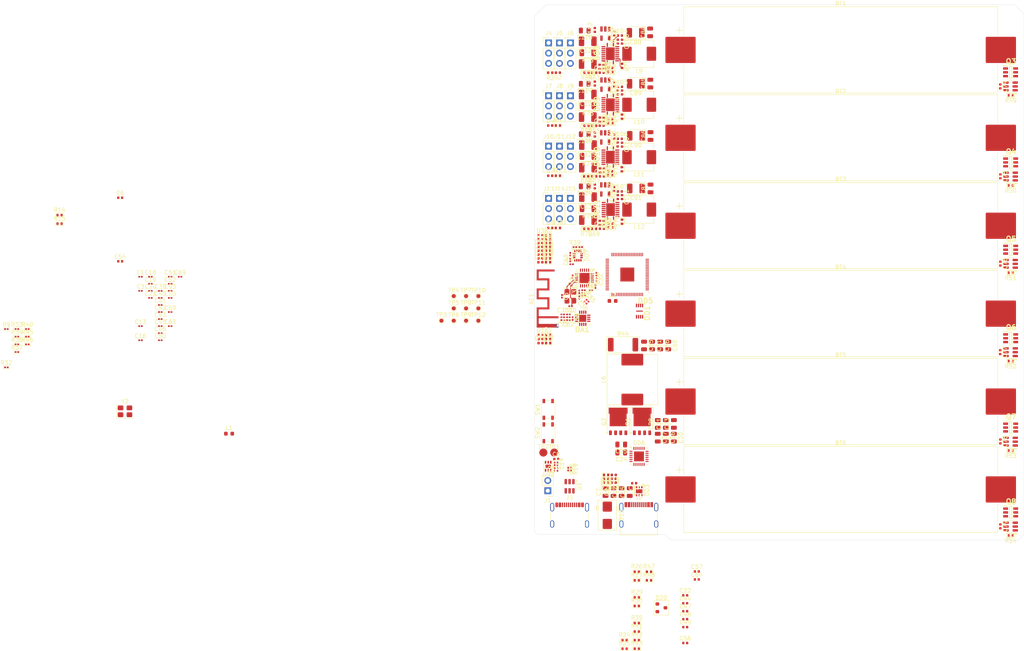
<source format=kicad_pcb>
(kicad_pcb (version 20241229) (generator "pcbnew") (generator_version "9.0")
  (layers (0 "F.Cu" signal) (2 "B.Cu" signal) (13 "F.Paste" user) (15 "B.Paste" user) (5 "F.SilkS" user "F.Silkscreen") (7 "B.SilkS" user "B.Silkscreen") (1 "F.Mask" user) (3 "B.Mask" user) (25 "Edge.Cuts" user))
  (net 0 "")
  (net 1 "VBAT")
  (net 2 "Net-(BT1--)")
  (net 3 "Net-(BT2--)")
  (net 4 "Net-(BT3--)")
  (net 5 "Net-(BT4--)")
  (net 6 "Net-(BT5--)")
  (net 7 "Net-(BT6--)")
  (net 8 "Earth")
  (net 9 "Net-(AE1-A)")
  (net 10 "3.3V")
  (net 11 "Net-(DD4-XC2)")
  (net 12 "+5V")
  (net 13 "VUSB")
  (net 14 "Net-(DD4-XC1)")
  (net 15 "Net-(DD5-DVDD_1)")
  (net 16 "Net-(DD3-VSET)")
  (net 17 "Net-(DD5-ADC_AVDD)")
  (net 18 "VREF")
  (net 19 "Net-(DD4-DVDD)")
  (net 20 "VDD_PA")
  (net 21 "Net-(C35-Pad1)")
  (net 22 "Net-(DA1-TXRX)")
  (net 23 "Net-(DD5-XOUT)")
  (net 24 "Net-(DD6-TTC)")
  (net 25 "Net-(Q2-D)")
  (net 26 "Net-(D20-K)")
  (net 27 "Net-(C49-Pad2)")
  (net 28 "Net-(DD5-XIN)")
  (net 29 "Net-(D20-A)")
  (net 30 "Net-(DD6-SRP)")
  (net 31 "Net-(DA1-ANT)")
  (net 32 "Net-(DD6-VFB)")
  (net 33 "Net-(C70-Pad1)")
  (net 34 "Net-(DD8-VCC)")
  (net 35 "Net-(DD9-VCC)")
  (net 36 "Net-(DD10-VCC)")
  (net 37 "Net-(DD11-VCC)")
  (net 38 "Net-(DD8-COMP)")
  (net 39 "Net-(DD9-COMP)")
  (net 40 "Net-(DD10-COMP)")
  (net 41 "Net-(DD11-COMP)")
  (net 42 "Net-(C100-Pad1)")
  (net 43 "Net-(C101-Pad1)")
  (net 44 "Net-(C102-Pad1)")
  (net 45 "Net-(C103-Pad1)")
  (net 46 "Net-(DD8-SS)")
  (net 47 "Net-(DD9-SS)")
  (net 48 "Net-(DD10-SS)")
  (net 49 "Net-(DD11-SS)")
  (net 50 "Net-(DD8-SW_1)")
  (net 51 "Net-(DD8-BOOT)")
  (net 52 "Net-(DD9-BOOT)")
  (net 53 "Net-(DD9-SW_1)")
  (net 54 "Net-(DD10-SW_1)")
  (net 55 "Net-(DD10-BOOT)")
  (net 56 "Net-(DD11-SW_1)")
  (net 57 "Net-(DD11-BOOT)")
  (net 58 "Net-(DD8-VOUT_1)")
  (net 59 "Net-(DD9-VOUT_1)")
  (net 60 "Net-(DD10-VOUT_1)")
  (net 61 "Net-(DD11-VOUT_1)")
  (net 62 "Net-(D1-A)")
  (net 63 "Net-(D2-A)")
  (net 64 "Net-(D3-A)")
  (net 65 "Net-(D4-A)")
  (net 66 "Net-(D5-A)")
  (net 67 "Net-(D6-A)")
  (net 68 "Net-(D7-A)")
  (net 69 "Net-(D8-A)")
  (net 70 "Net-(D9-A)")
  (net 71 "Net-(D10-A)")
  (net 72 "Net-(D11-A)")
  (net 73 "Net-(D12-A)")
  (net 74 "Net-(D14-A)")
  (net 75 "Net-(D15-A)")
  (net 76 "Net-(D16-A)")
  (net 77 "Net-(D17-K)")
  (net 78 "Net-(D17-A)")
  (net 79 "Net-(D18-A)")
  (net 80 "Net-(D18-K)")
  (net 81 "Net-(D19-A)")
  (net 82 "Net-(D19-K)")
  (net 86 "Net-(DA1-RXEN)")
  (net 88 "Net-(DA1-TXEN)")
  (net 92 "QSPI_SD0")
  (net 93 "QSPI_SD3")
  (net 94 "QSPI_SD1")
  (net 96 "QSPI_SS")
  (net 97 "QSPI_SD2")
  (net 98 "QSPI_SCLK")
  (net 101 "Net-(DD2-EN)")
  (net 102 "Net-(DD3-D+)")
  (net 103 "Net-(DD3-D-)")
  (net 104 "Net-(DD3-CC2)")
  (net 105 "Net-(DD3-CC1)")
  (net 106 "NRF_CE")
  (net 107 "SPI_SCK")
  (net 108 "SPI_MISO")
  (net 109 "Net-(DD4-ANT1)")
  (net 110 "NRF_CS")
  (net 111 "SPI_MOSI")
  (net 112 "Net-(DD4-ANT2)")
  (net 113 "NRF_IRQ")
  (net 114 "Net-(DD4-IREF)")
  (net 115 "Net-(DD5-GPIO1)")
  (net 116 "Leg4_servo3")
  (net 117 "6V_3_current")
  (net 118 "IMU_CS")
  (net 119 "6V_2_current")
  (net 120 "Net-(DD5-GPIO47_ADC7)")
  (net 121 "IMU_INT1")
  (net 122 "Net-(DD5-GPIO45_ADC5)")
  (net 123 "BAT_ADC")
  (net 124 "Leg3_servo3")
  (net 125 "Net-(DD5-GPIO25)")
  (net 126 "Net-(DD5-GPIO24)")
  (net 127 "Leg4_servo1")
  (net 128 "6V_1_current")
  (net 129 "LVL8")
  (net 130 "Net-(DD5-GPIO46_ADC6)")
  (net 131 "LVL4")
  (net 132 "Leg2_servo2")
  (net 133 "Net-(DD5-GPIO0)")
  (net 134 "Leg1_servo3")
  (net 135 "LVL1")
  (net 136 "USB_R-")
  (net 137 "Leg2_servo1")
  (net 138 "Leg2_servo3")
  (net 139 "Leg1_servo1")
  (net 140 "Leg3_servo1")
  (net 141 "LVL2")
  (net 142 "Net-(DD5-GPIO26)")
  (net 143 "6V_1_EN")
  (net 144 "Net-(DD5-VREG_LX)")
  (net 145 "LVL3")
  (net 146 "Leg4_servo2")
  (net 147 "6V_4_EN")
  (net 148 "Net-(DD5-RUN)")
  (net 149 "Leg3_servo2")
  (net 150 "6V_3_EN")
  (net 151 "Leg1_servo2")
  (net 152 "LVL6")
  (net 153 "LVL5")
  (net 154 "LED2")
  (net 155 "LVL7")
  (net 156 "6V_2_EN")
  (net 157 "Net-(DD5-SWDIO)")
  (net 158 "IMU_INT2")
  (net 159 "6V_4_current")
  (net 160 "Net-(DD5-SWCLK)")
  (net 161 "USB_R+")
  (net 162 "LED1")
  (net 166 "Net-(DD6-VCC)")
  (net 167 "Net-(DD6-HIDRV)")
  (net 168 "Net-(DD6-ISET2)")
  (net 169 "Net-(DD6-TS)")
  (net 170 "Net-(DD6-LODRV)")
  (net 171 "Net-(DD6-ISET1)")
  (net 172 "Net-(DD6-ACSET)")
  (net 173 "Net-(DD7-SCX)")
  (net 174 "Net-(DD7-SDX)")
  (net 177 "Net-(DD8-FB)")
  (net 178 "Net-(DD8-FSW)")
  (net 179 "Net-(DD8-ILIM)")
  (net 181 "Net-(DD9-FSW)")
  (net 183 "Net-(DD9-ILIM)")
  (net 184 "Net-(DD9-FB)")
  (net 185 "Net-(DD10-FB)")
  (net 186 "Net-(DD10-ILIM)")
  (net 188 "Net-(DD10-FSW)")
  (net 189 "Net-(DD11-FB)")
  (net 190 "Net-(DD11-ILIM)")
  (net 191 "Net-(DD11-FSW)")
  (net 195 "USB_Conn+")
  (net 197 "USB_Conn-")
  (net 198 "Net-(J3-CC2)")
  (net 199 "Net-(J3-CC1)")
  (net 201 "6V_1")
  (net 202 "6V_2")
  (net 203 "6V_3")
  (net 204 "6V_4")
  (net 206 "Net-(Q3-G2)")
  (net 207 "Net-(Q3-G1)")
  (net 209 "Net-(Q4-G2)")
  (net 210 "Net-(Q4-G1)")
  (net 215 "Net-(Q5-G2)")
  (net 216 "Net-(Q5-G1)")
  (net 217 "Net-(Q6-G1)")
  (net 220 "Net-(Q6-G2)")
  (net 222 "Net-(Q7-G2)")
  (net 223 "Net-(Q7-G1)")
  (net 226 "Net-(Q8-G1)")
  (net 227 "Net-(Q8-G2)")
  (net 229 "Net-(R9-Pad2)")
  (net 230 "USB_ESD+")
  (net 231 "USB_ESD-")
  (net 232 "Net-(R40-Pad2)")
  (net 233 "Net-(U2-CS)")
  (net 234 "Net-(U3-CS)")
  (net 235 "Net-(U4-CS)")
  (net 236 "Net-(U5-CS)")
  (net 237 "Net-(U6-CS)")
  (net 238 "Net-(U7-CS)")
  (footprint "PCM_Resistor_SMD_AKL:R_0402_1005Metric" (layer "F.Cu") (at 118.85 185.31)
    (property "Reference" "R41")
    (property "Value" "100R" (hide yes))
  )
  (footprint "FS8205A:FS8205A" (layer "F.Cu") (at 211.5 112.55)
    (property "Reference" "Q6")
    (property "Value" "FS8205A" (hide yes))
  )
  (footprint "PCM_Resistor_SMD_AKL:R_0402_1005Metric" (layer "F.Cu") (at 109.7 58.35 -90)
    (property "Reference" "R56")
    (property "Value" "36.5K" (hide yes))
  )
  (footprint "PCM_Resistor_SMD_AKL:R_0402_1005Metric" (layer "F.Cu") (at 96.865 88.95)
    (property "Reference" "R8")
    (property "Value" "1K" (hide yes))
  )
  (footprint "Capacitor_SMD:C_0201_0603Metric" (layer "F.Cu") (at 108.85 98.05 -90)
    (property "Reference" "C32")
    (property "Value" "4.7uF")
  )
  (footprint "Capacitor_SMD:C_0201_0603Metric" (layer "F.Cu") (at 100.5 108.05 180)
    (property "Reference" "C72")
    (property "Value" "1.5pF")
  )
  (footprint "Capacitor_SMD:C_0805_2012Metric" (layer "F.Cu") (at 126.65 114.35 -90)
    (property "Reference" "C60")
    (property "Value" "10uF")
  )
  (footprint "LED_SMD:LED_0402_1005Metric" (layer "F.Cu") (at 113.15 146.46 180)
    (property "Reference" "D19")
    (property "Value" "XL-1005UWC")
  )
  (footprint "PCM_Resistor_SMD_AKL:R_0402_1005Metric" (layer "F.Cu") (at 96.865 91.8)
    (property "Reference" "R16")
    (property "Value" "1K" (hide yes))
  )
  (footprint "TestPoint:TestPoint_Pad_D1.0mm" (layer "F.Cu") (at 95.7 140.9)
    (property "Reference" "TP2")
    (property "Value" "TestPoint")
  )
  (footprint "PCM_Resistor_SMD_AKL:R_0402_1005Metric" (layer "F.Cu") (at 115.83 189.55)
    (property "Reference" "R25")
    (property "Value" "10K" (hide yes))
  )
  (footprint "Capacitor_SMD:C_0402_1005Metric" (layer "F.Cu") (at 110.15 46.7)
    (property "Reference" "C100")
    (property "Value" "470pF")
  )
  (footprint "PCM_Resistor_SMD_AKL:R_0402_1005Metric" (layer "F.Cu") (at 211.5 74.65 180)
    (property "Reference" "R50")
    (property "Value" "1K" (hide yes))
  )
  (footprint "PCM_Resistor_SMD_AKL:R_0402_1005Metric" (layer "F.Cu") (at 96.9 111.75)
    (property "Reference" "R1")
    (property "Value" "1K" (hide yes))
  )
  (footprint "LED_SMD:LED_0402_1005Metric" (layer "F.Cu") (at 95 113.75)
    (property "Reference" "D11")
    (property "Value" "XL-1005UWC")
  )
  (footprint "Package_TO_SOT_SMD:SOT-23-5" (layer "F.Cu") (at 111.05 49.65 -90)
    (property "Reference" "U9")
    (property "Value" "INA180A2")
  )
  (footprint "PCM_Resistor_SMD_AKL:R_0201_0603Metric" (layer "F.Cu") (at 101.85 145 -90)
    (property "Reference" "R20")
    (property "Value" "27R" (hide yes))
  )
  (footprint "Capacitor_SMD:C_0805_2012Metric" (layer "F.Cu") (at 124.05 133.8 90)
    (property "Reference" "C28")
    (property "Value" "10uF")
  )
  (footprint "Capacitor_SMD:C_0201_0603Metric" (layer "F.Cu") (at 102.7125 94.2)
    (property "Reference" "C71")
    (property "Value" "4.7uF")
  )
  (footprint "Capacitor_Tantalum_SMD:CP_EIA-3528-21_Kemet-B" (layer "F.Cu") (at 106.75 70.25 180)
    (property "Reference" "C130")
    (property "Value" "100uF")
  )
  (footprint "Capacitor_SMD:C_0201_0603Metric" (layer "F.Cu") (at 102.3625 91.7 -90)
    (property "Reference" "C67")
    (property "Value" "4.7uF")
  )
  (footprint "LED_SMD:LED_0402_1005Metric" (layer "F.Cu") (at 94.965 90.85)
    (property "Reference" "D12")
    (property "Value" "XL-1005UWC")
  )
  (footprint "PCM_Resistor_SMD_AKL:R_0201_0603Metric" (layer "F.Cu") (at 102.55 145 -90)
    (property "Reference" "R19")
    (property "Value" "27R" (hide yes))
  )
  (footprint "TestPoint:TestPoint_Pad_D1.0mm" (layer "F.Cu") (at 73.5 102.1)
    (property "Reference" "TP4")
    (property "Value" "TestPoint")
  )
  (footprint "Capacitor_SMD:C_0201_0603Metric" (layer "F.Cu") (at 104.6 102.45 -90)
    (property "Reference" "C36")
    (property "Value" "4.7pF")
  )
  (footprint "Capacitor_SMD:C_0402_1005Metric" (layer "F.Cu") (at 108.45 49.4 90)
    (property "Reference" "C113")
    (property "Value" "100nF")
  )
  (footprint "Capacitor_SMD:C_0201_0603Metric" (layer "F.Cu") (at 0.78 100.8)
    (property "Reference" "C39")
    (property "Value" "100nF")
  )
  (footprint "Capacitor_SMD:C_0201_0603Metric" (layer "F.Cu") (at 106.15 103.73 135)
    (property "Reference" "C38")
    (property "Value" "1pF")
  )
  (footprint "LED_SMD:LED_0402_1005Metric" (layer "F.Cu") (at 94.965 88)
    (property "Reference" "D5")
    (property "Value" "XL-1005UWC")
  )
  (footprint "Inductor_SMD:L_0201_0603Metric" (layer "F.Cu") (at 105.3 101.7 -90)
    (property "Reference" "L5")
    (property "Value" "2.7nH")
  )
  (footprint "Capacitor_SMD:C_0805_2012Metric" (layer "F.Cu") (at 105.95 61.95 180)
    (property "Reference" "C118")
    (property "Value" "22uF")
  )
  (footprint "PCM_Resistor_SMD_AKL:R_0402_1005Metric" (layer "F.Cu") (at 97.4 46.7 180)
    (property "Reference" "R2")
    (property "Value" "1K" (hide yes))
  )
  (footprint "RP2350B:QFN40P1000X1000X90-81N-D" (layer "F.Cu") (at 116.5 96.75 180)
    (property "Reference" "DD5")
    (property "Value" "RP2350B" (hide yes))
  )
  (footprint "Capacitor_SMD:C_0402_1005Metric" (layer "F.Cu") (at 114.15 77.55 90)
    (property "Reference" "C83")
    (property "Value" "100nF")
  )
  (footprint "Capacitor_SMD:C_0402_1005Metric" (layer "F.Cu") (at 208.95 72.4 -90)
    (property "Reference" "C75")
    (property "Value" "100nF")
  )
  (footprint "LED_SMD:LED_0402_1005Metric" (layer "F.Cu") (at 95 111.75)
    (property "Reference" "D1")
    (property "Value" "XL-1005UWC")
  )
  (footprint "Capacitor_SMD:C_0201_0603Metric" (layer "F.Cu") (at -1.67 100.8)
    (property "Reference" "C20")
    (property "Value" "10nF")
  )
  (footprint "PCM_Resistor_SMD_AKL:R_0201_0603Metric" (layer "F.Cu") (at -37.365 110.275)
    (property "Reference" "R9")
    (property "Value" "1K" (hide yes))
  )
  (footprint "Capacitor_SMD:C_0402_1005Metric" (layer "F.Cu") (at 208.95 94.05 -90)
    (property "Reference" "C76")
    (property "Value" "100nF")
  )
  (footprint "TestPoint:TestPoint_Pad_D1.0mm" (layer "F.Cu") (at 76.55 108.2)
    (property "Reference" "TP9")
    (property "Value" "TestPoint")
  )
  (footprint "Battery:BatteryHolder_Keystone_1042_1x18650" (layer "F.Cu") (at 169.38 106.45)
    (property "Reference" "BT4")
    (property "Value" "Battery_Cell")
  )
  (footprint "Capacitor_SMD:C_0402_1005Metric" (layer "F.Cu") (at 108.45 74.9 90)
    (property "Reference" "C115")
    (property "Value" "100nF")
  )
  (footprint "TPS61088RHLR:TPS61088RHLR" (layer "F.Cu") (at 112.3 54.65 90)
    (property "Reference" "DD9")
    (property "Value" "TPS61088RHLR" (hide yes))
  )
  (footprint "Battery:BatteryHolder_Keystone_1042_1x18650" (layer "F.Cu") (at 169.38 150.05)
    (property "Reference" "BT6")
    (property "Value" "Battery_Cell")
  )
  (footprint "Capacitor_SMD:C_0201_0603Metric" (layer "F.Cu") (at 98.5 145.1 90)
    (property "Reference" "C2")
    (property "Value" "4.7uF")
  )
  (footprint "Capacitor_SMD:C_0402_1005Metric" (layer "F.Cu") (at 113.25 62.55 90)
    (property "Reference" "C124")
    (property "Value" "100nF")
  )
  (footprint "PCM_Resistor_SMD_AKL:R_0402_1005Metric" (layer "F.Cu") (at 211.5 140.4 180)
    (property "Reference" "R53")
    (property "Value" "1K" (hide yes))
  )
  (footprint "Capacitor_SMD:C_0402_1005Metric" (layer "F.Cu") (at 108.45 36.1 90)
    (property "Reference" "C112")
    (property "Value" "100nF")
  )
  (footprint "LED_SMD:LED_0402_1005Metric" (layer "F.Cu") (at 95 112.75)
    (property "Reference" "D6")
    (property "Value" "XL-1005UWC")
  )
  (footprint "Package_TO_SOT_SMD:SOT-23-5" (layer "F.Cu") (at 111.05 37 -90)
    (property "Reference" "U8")
    (property "Value" "INA180A2")
  )
  (footprint "Capacitor_SMD:C_0201_0603Metric" (layer "F.Cu") (at 3.23 100.8)
    (property "Reference" "C53")
    (property "Value" "4.7uF")
  )
  (footprint "Connector_PinHeader_2.54mm:PinHeader_1x03_P2.54mm_Vertical" (layer "F.Cu") (at 97 39.31)
    (property "Reference" "J4")
    (property "Value" "Conn_01x03_Pin")
  )
  (footprint "Battery:BatteryHolder_Keystone_1042_1x18650" (layer "F.Cu") (at 169.38 84.65)
    (property "Reference" "BT3")
    (property "Value" "Battery_Cell")
  )
  (footprint "Connector_PinHeader_2.54mm:PinHeader_1x03_P2.54mm_Vertical" (layer "F.Cu") (at 99.7 64.91)
    (property "Reference" "J11")
    (property "Value" "Conn_01x03_Pin")
  )
  (footprint "Capacitor_SMD:C_0402_1005Metric" (layer "F.Cu") (at 133.725 170.395)
    (property "Reference" "C57")
    (property "Value" "100nF")
  )
  (footprint "Capacitor_SMD:C_0805_2012Metric" (layer "F.Cu") (at 122.65 114.35 -90)
    (property "Reference" "C61")
    (property "Value" "10uF")
  )
  (footprint "Capacitor_SMD:C_0402_1005Metric" (layer "F.Cu") (at 114.677698 37.482662)
    (property "Reference" "C104")
    (property "Value" "8.2nF")
  )
  (footprint "LED_SMD:LED_0402_1005Metric" (layer "F.Cu") (at 97.4 59.8)
    (property "Reference" "D4")
    (property "Value" "XL-1005UWC")
  )
  (footprint "Capacitor_SMD:C_0402_1005Metric" (layer "F.Cu") (at 114.15 39 90)
    (property "Reference" "C80")
    (property "Value" "100nF")
  )
  (footprint "PCM_Resistor_SMD_AKL:R_0402_1005Metric" (layer "F.Cu") (at 99.3 85.2)
    (property "Reference" "R10")
    (property "Value" "1K" (hide yes))
  )
  (footprint "Crystal:Crystal_SMD_3225-4Pin_3.2x2.5mm" (layer "F.Cu") (at -7.97 130.67)
    (property "Reference" "Y2")
    (property "Value" "16MHz")
  )
  (footprint "LED_SMD:LED_0402_1005Metric" (layer "F.Cu") (at 94.965 89.9)
    (property "Reference" "D10")
    (property "Value" "XL-1005UWC")
  )
  (footprint "LED_SMD:LED_0402_1005Metric" (layer "F.Cu") (at 97.4 85.2)
    (property "Reference" "D9")
    (property "Value" "XL-1005UWC")
  )
  (footprint "TestPoint:TestPoint_Pad_D1.0mm" (layer "F.Cu") (at 73.5 105.15)
    (property "Reference" "TP5")
    (property "Value" "TestPoint")
  )
  (footprint "Package_DFN_QFN:PQFN-8-EP_6x5mm_P1.27mm_Generic" (layer "F.Cu") (at 114.235 133.275 90)
    (property "Reference" "Q2")
    (property "Value" "HSBA4052")
  )
  (footprint "Capacitor_Tantalum_SMD:CP_EIA-3528-21_Kemet-B" (layer "F.Cu") (at 106.75 77.55 180)
    (property "Reference" "C131")
    (property "Value" "100uF")
  )
  (footprint "PCM_Resistor_SMD_AKL:R_0402_1005Metric" (layer "F.Cu") (at 112.35 85.05)
    (property "Reference" "R62")
    (property "Value" "105K" (hide yes))
  )
  (footprint "Capacitor_SMD:C_0402_1005Metric" (layer "F.Cu") (at 112.25 71.15 180)
    (property "Reference" "C94")
    (property "Value" "1uF")
  )
  (footprint "Package_TO_SOT_SMD:SOT-23-6" (layer "F.Cu") (at 211.48 50.1 180)
    (property "Reference" "U2")
    (property "Value" "DW01A")
  )
  (footprint "TestPoint:TestPoint_Pad_D1.0mm" (layer "F.Cu") (at 70.45 108.2)
    (property "Reference" "TP3")
    (property "Value" "TestPoint")
  )
  (footprint "Capacitor_SMD:C_0201_0603Metric" (layer "F.Cu") (at 0.78 107.8)
    (property "Reference" "C43")
    (property "Value" "100nF")
  )
  (footprint "PCM_Resistor_SMD_AKL:R_0402_1005Metric" (layer "F.Cu") (at 211.53 52.3 180)
    (property "Reference" "R49")
    (property "Value" "1K" (hide yes))
  )
  (footprint "Connector_PinHeader_2.54mm:PinHeader_1x03_P2.54mm_Vertical" (layer "F.Cu") (at 97 77.86)
    (property "Reference" "J13")
    (property "Value" "Conn_01x03_Pin")
  )
  (footprint "Capacitor_Tantalum_SMD:CP_EIA-3528-21_Kemet-B" (layer "F.Cu") (at 106.7 44.55 180)
    (property "Reference" "C128")
    (property "Value" "100uF")
  )
  (footprint "LED_SMD:LED_0402_1005Metric" (layer "F.Cu") (at 94.965 91.8)
    (property "Reference" "D14")
    (property "Value" "XL-1005UWC")
  )
  (footprint "Capacitor_SMD:C_0805_2012Metric" (layer "F.Cu") (at 122.15 36.7 90)
    (property "Reference" "C84")
    (property "Value" "22uF")
  )
  (footprint "PCM_Resistor_SMD_AKL:R_0402_1005Metric" (layer "F.Cu") (at 111.25 147.4 180)
    (property "Reference" "R23")
    (property "Value" "10K" (hide yes))
  )
  (footprint "Inductor_SMD:L_0201_0603Metric" (layer "F.Cu") (at 101.9 107.35 180)
    (property "Reference" "L7")
    (property "Value" "2.4nH")
  )
  (footprint "Capacitor_SMD:C_0805_2012Metric" (layer "F.Cu") (at 115 140.9 180)
    (property "Reference" "C24")
    (property "Value" "10uF")
  )
  (footprint "Connector_PinHeader_2.54mm:PinHeader_1x03_P2.54mm_Vertical" (layer "F.Cu") (at 102.4 64.91)
    (property "Reference" "J12")
    (property "Value" "Conn_01x03_Pin")
  )
  (footprint "Capacitor_SMD:C_0201_0603Metric" (layer "F.Cu") (at -4.12 100.8)
    (property "Reference" "C3")
    (property "Value" "4.7uF")
  )
  (footprint "PCM_Resistor_SMD_AKL:R_0402_1005Metric" (layer "F.Cu") (at 96.865 88)
    (property "Reference" "R5")
    (property "Value" "1K" (hide yes))
  )
  (footprint "Connector_PinHeader_2.54mm:PinHeader_1x03_P2.54mm_Vertical" (layer "F.Cu") (at 99.7 77.86)
    (property "Reference" "J14")
    (property "Value" "Conn_01x03_Pin")
  )
  (footprint "Capacitor_SMD:C_0402_1005Metric" (layer "F.Cu") (at 130.855 182.215)
    (property "Reference" "C48")
    (property "Value" "100nF")
  )
  (footprint "PCM_Resistor_SMD_AKL:R_0402_1005Metric" (layer "F.Cu") (at 106.4 59.85 180)
    (property "Reference" "R66")
    (property "Value" "118K" (hide yes))
  )
  (footprint "PCM_Resistor_SMD_AKL:R_0402_1005Metric" (layer "F.Cu") (at 108.3 59.85 180)
    (property "Reference" "R65")
    (property "Value" "470K" (hide yes))
  )
  (footprint "Capacitor_SMD:C_0805_2012Metric" (layer "F.Cu") (at 105.95 49.45 180)
    (property "Reference" "C117")
    (property "Value" "22uF")
  )
  (footprint "Capacitor_SMD:C_0201_0603Metric" (layer "F.Cu") (at -4.12 97.3)
    (property "Reference" "C1")
    (property "Value" "100nF")
  )
  (footprint "Capacitor_SMD:C_0402_1005Metric" (layer "F.Cu") (at 110.65 58.35 -90)
    (property "Reference" "C97")
    (property "Value" "22pF")
  )
  (footprint "PCM_Resistor_SMD_AKL:R_0201_0603Metric" (layer "F.Cu") (at -32.165 110.275)
    (property "Reference" "R40")
    (property "Value" "1K" (hide yes))
  )
  (footprint "PCM_Resistor_SMD_AKL:R_0402_1005Metric" (layer "F.Cu") (at 106.4 46.7 180)
    (property "Reference" "R64")
    (property "Value" "118K" (hide yes))
  )
  (footprint "Battery:BatteryHolder_Keystone_1042_1x18650" (layer "F.Cu") (at 169.38 128.25)
    (property "Reference" "BT5")
    (property "Value" "Battery_Cell")
  )
  (footprint "Capacitor_Tantalum_SMD:CP_EIA-3528-21_Kemet-B" (layer "F.Cu") (at 106.75 83.25 180)
    (property "Reference" "C127")
    (property "Value" "100uF")
  )
  (footprint "Capacitor_SMD:C_0402_1005Metric" (layer "F.Cu") (at 113.25 37.02 90)
    (property "Reference" "C120")
    (property "Value" "100nF")
  )
  (footprint "Connector_USB:USB_C_Receptacle_G-Switch_GT-USB-7010ASV" (layer "F.Cu") (at 119.35 157.55)
    (property "Reference" "J2")
    (property "Value" "TYPE-C-31-M-12")
  )
  (footprint "Capacitor_Tantalum_SMD:CP_EIA-3528-21_Kemet-B" (layer "F.Cu") (at 118.65 62.35 180)
    (property "Reference" "C90")
    (property "Value" "100uF")
  )
  (footprint "Package_TO_SOT_SMD:SOT-23-6" (layer "F.Cu") (at 211.5 72.45 180)
    (property "Reference" "U3")
    (property "Value" "DW01A")
  )
  (footprint "Package_LGA:LGA-14_3x2.5mm_P0.5mm_LayoutBorder3x4y" (layer "F.Cu") (at 104.25 92.05 -90)
    (property "Reference" "DD7")
    (property "Value" "LSM6DS3")
  )
  (footprint "Capacitor_SMD:C_0201_0603Metric" (layer "F.Cu") (at 106.65 103.23 -45)
    (property "Reference" "C35")
    (property "Value" "1.5pF")
  )
  (footprint "Capacitor_SMD:C_0402_1005Metric" (layer "F.Cu") (at 130.855 184.185)
    (property "Reference" "C49")
    (property "Value" "100nF")
  )
  (footprint "PCM_Resistor_SMD_AKL:R_0402_1005Metric" (layer "F.Cu") (at 96.865 93.7)
    (property "Reference" "R21")
    (property "Value" "1K" (hide yes))
  )
  (footprint "PCM_Resistor_SMD_AKL:R_0402_1005Metric" (layer "F.Cu") (at 118.85 189.55)
    (property "Reference" "R43")
    (property "Value" "430K" (hide yes))
  )
  (footprint "Capacitor_SMD:C_0402_1005Metric" (layer "F.Cu") (at 208.9 116 -90)
    (property "Reference" "C77")
    (property "Value" "100nF")
  )
  (footprint "Capacitor_SMD:C_0201_0603Metric" (layer "F.Cu") (at 102.95 97.3 -90)
    (property "Reference" "C34")
    (property "Value" "10nF")
  )
  (footprint "Capacitor_SMD:C_0805_2012Metric" (layer "F.Cu") (at 124.05 137.2 -90)
    (property "Reference" "C27")
    (property "Value" "10uF")
  )
  (footprint "Capacitor_Tantalum_SMD:CP_EIA-3528-21_Kemet-B" (layer "F.Cu") (at 106.75 64.65 180)
    (property "Reference" "C125")
    (property "Value" "100uF")
  )
  (footprint "Capacitor_SMD:C_0201_0603Metric" (layer "F.Cu") (at 3.23 109.55)
    (property "Reference" "C63")
    (property "Value" "220pF")
  )
  (footprint "Connector_PinHeader_2.54mm:PinHeader_1x03_P2.54mm_Vertical" (layer "F.Cu") (at 99.7 52.41)
    (property "Reference" "J8")
    (property "Value" "Conn_01x03_Pin")
  )
  (footprint "Capacitor_SMD:C_0805_2012Metric" (layer "F.Cu") (at 120.65 114.35 -90)
    (property "Reference" "C65")
    (property "Value" "10uF")
  )
  (footprint "PCM_Resistor_SMD_AKL:R_0201_0603Metric" (layer "F.Cu") (at -32.165 114.075)
    (property "Reference" "R46")
    (property "Value" "10K" (hide yes))
  )
  (footprint "Capacitor_SMD:C_0201_0603Metric" (layer "F.Cu") (at 3.23 102.55)
    (property "Reference" "C55")
    (property "Value" "4.7uF")
  )
  (footprint "PCM_Resistor_SMD_AKL:R_0402_1005Metric" (layer "F.Cu") (at 115.2 57.6 90)
    (property "Reference" "R72")
    (property "Value" "196K" (hide yes))
  )
  (footprint "FS8205A:FS8205A" (layer "F.Cu") (at 211.5 134.7)
    (property "Reference" "Q7")
    (property "Value" "FS8205A" (hide yes))
  )
  (footprint "Crystal:Crystal_SMD_3225-4Pin_3.2x2.5mm" (layer "F.Cu") (at 102.4 102.15 -90)
    (property "Reference" "Y1")
    (property "Value" "16MHz")
  )
  (footprint "PCM_Resistor_SMD_AKL:R_0402_1005Metric" (layer "F.Cu") (at 111.25 148.35 180)
    (property "Reference" "R28")
    (property "Value" "10K" (hide yes))
  )
  (footprint "Capacitor_SMD:C_0402_1005Metric" (layer "F.Cu") (at 115.2 77.55 -90)
    (property "Reference" "C111")
    (property "Value" "100nF")
  )
  (footprint "PCM_Resistor_SMD_AKL:R_0201_0603Metric" (layer "F.Cu") (at -34.765 112.175)
    (property "Reference" "R34")
    (property "Value" "20K" (hide yes))
  )
  (footprint "PCM_Resistor_SMD_AKL:R_0402_1005Metric" (layer "F.Cu") (at 115.83 187.43)
    (property "Reference" "R24")
    (property "Value" "154K" (hide yes))
  )
  (footprint "LED_SMD:LED_0402_1005Metric" (layer "F.Cu") (at 113.15 147.4 180)
    (property "Reference" "D17")
    (property "Value" "XL-1005SURC")
  )
  (footprint "PCM_Resistor_SMD_AKL:R_0201_0603Metric" (layer "F.Cu") (at -34.765 114.075)
    (property "Reference" "R36")
    (property "Value" "10K" (hide yes))
  )
  (footprint "Capacitor_SMD:C_0402_1005Metric" (layer "F.Cu") (at -9.16 77.71)
    (property "Reference" "C6")
    (property "Value" "22uF")
  )
  (footprint "Capacitor_SMD:C_0805_2012Metric" (layer "F.Cu") (at 113.1 150.7 90)
    (property "Reference" "C9")
    (property "Value" "10uF")
  )
  (footprint "PCM_Resistor_SMD_AKL:R_2512_6332Metric_Pad1.40x3.35mm" (layer "F.Cu") (at 115.45 114.15)
    (property "Reference" "R44")
    (property "Value" "0.010R" (hide yes))
  )
  (footprint "Capacitor_SMD:C_0402_1005Metric" (layer "F.Cu") (at 110.2 85.4)
    (property "Reference" "C103")
    (property "Value" "470pF")
  )
  (footprint "PCM_Resistor_SMD_AKL:R_0402_1005Metric" (layer "F.Cu") (at 106.3 72.4 180)
    (property "Reference" "R68")
    (property "Value" "118K" (hide yes))
  )
  (footprint "Capacitor_SMD:C_0201_0603Metric" (layer "F.Cu") (at 100.3 102.15 -90)
    (property "Reference" "C5")
    (property "Value" "22pF")
  )
  (footprint "Capacitor_SMD:C_0201_0603Metric" (layer "F.Cu") (at 102.3625 93.15 90)
    (property "Reference" "C68")
    (property "Value" "100nF")
  )
  (footprint "Capacitor_SMD:C_0402_1005Metric" (layer "F.Cu") (at 110.7 70.95 -90)
    (property "Reference" "C98")
    (property "Value" "22pF")
  )
  (footprint "Capacitor_SMD:C_0805_2012Metric" (layer "F.Cu") (at 126.05 137.2 -90)
    (property "Reference" "C26")
    (property "Value" "10uF")
  )
  (footprint "Capacitor_SMD:C_0201_0603Metric" (layer "F.Cu") (at 100.5 106.65)
    (property "Reference" "C73")
    (property "Value" "1.5pF")
  )
  (footprint "PCM_Resistor_SMD_AKL:R_0402_1005Metric" (layer "F.Cu") (at 108.3 46.7 180)
    (property "Reference" "R63")
    (property "Value" "470K" (hide yes))
  )
  (footprint "Capacitor_SMD:C_0201_0603Metric" (layer "F.Cu") (at 0.78 106.05)
    (property "Reference" "C42")
    (property "Value" "100nF")
  )
  (footprint "Capacitor_SMD:C_0805_2012Metric" (layer "F.Cu") (at 122.25 75.4 90)
    (property "Reference" "C87")
    (property "Value" "22uF")
  )
  (footprint "Button_Switch_SMD:SW_SPST_PTS810" (layer "F.Cu") (at 96.9 136 90)
    (property "Reference" "SW2")
    (property "Value" "KMR221GLFS")
  )
  (footprint "Package_TO_SOT_SMD:SOT-23-6" (layer "F.Cu") (at 211.5 116.0125 180)
    (property "Reference" "U5")
    (property "Value" "DW01A")
  )
  (footprint "PCM_Resistor_SMD_AKL:R_0402_1005Metric" (layer "F.Cu") (at 118.85 176.83)
    (property "Reference" "R29")
    (property "Value" "100K" (hide yes))
  )
  (footprint "Capacitor_SMD:C_0201_0603Metric" (layer "F.Cu") (at 101.9 108.05 180)
    (property "Reference" "C62")
    (property "Value" "1.5pF")
  )
  (footprint "Capacitor_SMD:C_0402_1005Metric" (layer "F.Cu") (at 130.855 180.245)
    (property "Reference" "C47")
    (property "Value" "1uF")
  )
  (footprint "PCM_Resistor_SMD_AKL:R_0201_0603Metric" (layer "F.Cu") (at -34.765 115.975)
    (property "Reference" "R37")
    (property "Value" "1M" (hide yes))
  )
  (footprint "Capacitor_SMD:C_0805_2012Metric" (layer "F.Cu") (at 128.05 137.2 -90)
    (property "Reference" "C30")
    (property "Value" "10uF")
  )
  (footprint "PCM_Resistor_SMD_AKL:R_0402_1005Metric" (layer "F.Cu") (at 96.865 90.85)
    (property "Reference" "R13")
    (property "Value" "1K" (hide yes))
  )
  (footprint "PCM_Resistor_SMD_AKL:R_0402_1005Metric" (layer "F.Cu") (at 112.3 46.5)
    (property "Reference" "R59")
    (property "Value" "105K" (hide yes))
  )
  (footprint "Capacitor_SMD:C_0402_1005Metric" (layer "F.Cu") (at 208.95 138.15 -90)
    (property "Reference" "C78")
    (property "Value" "100nF")
  )
  (footprint "FS8205A:FS8205A" (layer "F.Cu") (at 211.48 46.6)
    (property "Reference" "Q3")
    (property "Value" "FS8205A" (hide yes))
  )
  (footprint "Capacitor_SMD:C_0805_2012Metric" (layer "F.Cu") (at 105.95 74.9 180)
    (property "Reference" "C119")
    (property "Value" "22uF")
  )
  (footprint "Capacitor_SMD:C_0201_0603Metric" (layer "F.Cu") (at 3.23 99.05)
    (property "Reference" "C52")
    (property "Value" "22pF")
  )
  (footprint "Capacitor_SMD:C_0402_1005Metric" (layer "F.Cu") (at 115.2 51.6 90)
    (property "Reference" "C109")
    (property "Value" "100nF")
  )
  (footprint "Capacitor_SMD:C_0402_1005Metric" (layer "F.Cu") (at 208.95 159.2 -90)
    (property "Reference" "C79")
    (property "Value" "100nF")
  )
  (footprint "Capacitor_SMD:C_0402_1005Metric" (layer "F.Cu") (at 113.2 75.55 90)
    (property "Reference" "C126")
    (property "Value" "100nF")
  )
  (footprint "Capacitor_SMD:C_0201_0603Metric" (layer "F.Cu") (at 101.9 106.65)
    (property "Reference" "C70")
    (property "Value" "1.5pF")
  )
  (footprint "Capacitor_Tantalum_SMD:CP_EIA-3528-21_Kemet-B" (layer "F.Cu") (at 106.7 52.1 180)
    (property "Reference" "C123")
    (property "Value" "100uF")
  )
  (footprint "W25Q16JVUXIQ:W25Q16JVUXIQ" (layer "F.Cu") (at 119.5275 105.825 -90)
    (property "Reference" "DD1")
    (property "Value" "W25Q16JVUXIQ_TR" (hide yes))
  )
  (footprint "PCM_Resistor_SMD_AKL:R_0402_1005Metric" (layer "F.Cu") (at 121.87 172.59)
    (property "Reference" "R48")
    (property "Value" "200K" (hide yes))
  )
  (footprint "PCM_Resistor_SMD_AKL:R_1206_3216Metric" (layer "F.Cu") (at 106.75 80.4 180)
    (property "Reference" "R78")
    (property "Value" "0.005R" (hide yes))
  )
  (footprint "Capacitor_Tantalum_SMD:CP_EIA-3528-21_Kemet-B" (layer "F.Cu") (at 118.65 75.4 180)
    (property "Reference" "C91")
    (property "Value" "100uF")
  )
  (footprint "Connector_USB:USB_C_Receptacle_GCT_USB4105-xx-A_16P_TopMnt_Horizontal" (layer "F.Cu") (at 102.2 157.55)
    (property "Reference" "J3")
    (property "Value" "TYPE-C-31-M-12")
  )
  (footprint "Package_TO_SOT_SMD:SOT-23-6" (layer "F.Cu") (at 211.5 138.2 180)
    (property "Reference" "U6")
    (property "Value" "DW01A")
  )
  (footprint "PCM_Resistor_SMD_AKL:R_0402_1005Metric" (layer "F.Cu") (at 96.9 113.75)
    (property "Reference" "R12")
    (property "Value" "1K" (hide yes))
  )
  (footprint "Capacitor_SMD:C_0402_1005Metric" (layer "F.Cu") (at 112.35 84.1 180)
    (property "Reference" "C95")
    (property "Value" "1uF")
  )
  (footprint "Capacitor_SMD:C_0402_1005Metric" (layer "F.Cu") (at 108.45 62.05 90)
    (property "Reference" "C114")
    (property "Value" "100nF")
  )
  (footprint "Capacitor_SMD:C_0402_1005Metric" (layer "F.Cu") (at 114.7 50.2)
    (property "Reference" "C105")
    (property "Value" "8.2nF")
  )
  (footprint "Capacitor_SMD:C_0402_1005Metric" (layer "F.Cu") (at 110.6 45.25 -90)
    (property "Reference" "C96")
    (property "Value" "22pF")
  )
  (footprint "Capacitor_SMD:C_0402_1005Metric" (layer "F.Cu") (at 112.3 58.2 180)
    (property "Reference" "C93")
    (property "Value" "1uF")
  )
  (footprint "PCM_Resistor_SMD_AKL:R_0201_0603Metric" (layer "F.Cu") (at -32.165 112.175)
    (property "Reference" "R45")
    (property "Value" "10K" (hide yes))
  )
  (footprint "Capacitor_SMD:C_0201_0603Metric" (layer "F.Cu") (at 0.78 109.55)
    (property "Reference" "C45")
    (property "Value" "4.7uF")
  )
  (footprint "Capacitor_SMD:C_0402_1005Metric" (layer "F.Cu") (at 118.2 148.5 180)
    (property "Reference" "C17")
    (property "Value" "4.7nF")
  )
  (footprint "Capacitor_SMD:C_0201_0603Metric" (layer "F.Cu") (at 0.78 113.05)
    (property "Reference" "C50")
    (property "Value" "4.7uF")
  )
  (footprint "Capacitor_SMD:C_0805_2012Metric" (layer "F.Cu") (at 122.2 49.4 90)
    (property "Reference" "C85")
    (property "Value" "22uF")
  )
  (footprint "PCM_Resistor_SMD_AKL:R_0402_1005Metric" (layer "F.Cu") (at 118.85 178.95)
    (property "Reference" "R30")
    (property "Value" "100K" (hide yes))
  )
  (footprint "Package_DFN_QFN:PQFN-8-EP_6x5mm_P1.27mm_Generic" (layer "F.Cu") (at 120.155 133.275 90)
    (property "Reference" "Q1")
    (property "Value" "HSBA4052")
  )
  (footprint "Capacitor_SMD:C_0201_0603Metric" (layer "F.Cu") (at 0.78 104.3)
    (property "Reference" "C41")
    (property "Value" "22pF")
  )
  (footprint "Capacitor_SMD:C_0402_1005Metric" (layer "F.Cu") (at 130.855 188.125)
    (property "Reference" "C56")
    (property "Value" "100nF")
  )
  (footprint "Capacitor_SMD:C_0402_1005Metric" (layer "F.Cu") (at 114.65 76.15)
    (property "Reference" "C107")
    (property "Value" "8.2nF")
  )
  (footprint "PCM_Resistor_SMD_AKL:R_0402_1005Metric" (layer "F.Cu") (at 108.3 72.4 180)
    (property "Reference" "R67")
    (property "Value" "470K" (hide yes))
  )
  (footprint "Capacitor_SMD:C_0402_1005Metric" (layer "F.Cu") (at 112.3 45.5 180)
    (property "Reference" "C92")
    (property "Value" "1uF")
  )
  (footprint "PCM_Diode_SMD_AKL:D_SMB" (layer "F.Cu") (at 111.55 156.45 -90)
    (property "Reference" "D13")
    (property "Value" "SMBJ12A" (hide yes))
  )
  (footprint "TestPoint:TestPoint_Pad_D1.0mm" (layer "F.Cu") (at 76.55 102.1)
    (property "Reference" "TP7")
    (property "Value" "TestPoint")
  )
  (footprint "PCM_Resistor_SMD_AKL:R_0402_1005Metric" (layer "F.Cu") (at 96.865 92.75)
    (property "Reference" "R18")
    (property "Value" "1K" (hide yes))
  )
  (footprint "Capacitor_SMD:C_0805_2012Metric" (layer "F.Cu") (at 105.95 36.25 180)
    (property "Reference" "C116")
    (property "Value" "22uF")
  )
  (footprint "Capacitor_SMD:C_0402_1005Metric" (layer "F.Cu") (at 110.15 59.85)
    (property "Reference" "C101")
    (property "Value" "470pF")
  )
  (footprint "Capacitor_SMD:C_0402_1005Metric" (layer "F.Cu") (at 133.725 172.365)
    (property "Reference" "C64")
    (property "Value" "22pF")
  )
  (footprint "Package_TO_SOT_SMD:SOT-23-6" (layer "F.Cu") (at 211.5 94.1 180)
    (property "Reference" "U4")
    (property "Value" "DW01A")
  )
  (footprint "PCM_Resistor_SMD_AKL:R_0201_0603Metric" (layer "F.Cu") (at -37.365 119.775)
    (property "Reference" "R32")
    (property "Value" "1K" (hide yes))
  )
  (footprint "PCM_Resistor_SMD_AKL:R_0201_0603Metric" (layer "F.Cu") (at 103.5125 89.95)
    (property "Reference" "R39")
    (property "Value" "1K" (hide yes))
  )
  (footprint "PCM_Resistor_SMD_AKL:R_1206_3216Metric" (layer "F.Cu") (at 106.75 67.45 180)
    (property "Reference" "R77")
    (property "Value" "0.005R" (hide yes))
  )
  (footprint "Capacitor_SMD:C_0402_1005Metric" (layer "F.Cu") (at 115.2 39 -90)
    (property "Reference" "C108")
    (property "Value" "100nF")
  )
  (footprint "LED_SMD:LED_0402_1005Metric" (layer "F.Cu") (at 94.965 92.75)
    (property "Reference" "D15")
    (property "Value" "XL-1005UWC")
  )
  (footprint "TestPoint:TestPoint_Pad_D1.0mm" (layer "F.Cu") (at 98.4 140.9)
    (property "Reference" "TP1")
    (property "Value" "TestPoint")
  )
  (footprint "PCM_Resistor_SMD_AKL:R_0402_1005Metric" (layer "F.Cu") (at 118.85 187.43)
    (property "Reference" "R42")
    (property "Value" "9.31K" (hide yes))
  )
  (footprint "Capacitor_SMD:C_0201_0603Metric" (layer "F.Cu") (at 3.23 106.05)
    (property "Reference" "C59")
    (property "Value" "4.7uF")
  )
  (footprint "TestPoint:TestPoint_Pad_D1.0mm" (layer "F.Cu") (at 79.6 105.15)
    (property "Reference" "TP11")
    (property "Value" "TestPoint")
  )
  (footprint "Capacitor_SMD:C_0201_0603Metric" (layer "F.Cu") (at 104.6 101.05 90)
    (property "Reference" "C33")
    (property "Value" "2.2nF")
  )
  (footprint "PCM_Resistor_SMD_AKL:R_0402_1005Metric" (layer "F.Cu") (at 96.875 89.9)
    (property "Reference" "R11")
    (property "Value" "1K" (hide yes))
  )
  (footprint "PCM_Resistor_SMD_AKL:R_0402_1005Metric" (layer "F.Cu") (at 99.3 72.25)
    (property "Reference" "R7")
    (property "Value" "1K" (hide yes))
  )
  (footprint "Capacitor_Tantalum_SMD:CP_EIA-3528-21_Kemet-B" (layer "F.Cu") (at 118.55 36.8 180)
    (property "Reference" "C88")
    (property "Value" "100uF")
  )
  (footprint "Capacitor_SMD:C_0201_0603Metric" (layer "F.Cu") (at -4.12 113.05)
    (property "Reference" "C16")
    (property "Value" "4.7uF")
  )
  (footprint "LED_SMD:LED_0402_1005Metric" (layer "F.Cu") (at 99.3 46.7 180)
    (property "Reference" "D2")
    (property "Value" "XL-1005UWC")
  )
  (footprint "Capacitor_SMD:C_0201_0603Metric" (layer "F.Cu") (at 107.45 100.6)
    (property "Reference" "C37")
    (property "Value" "1nF")
  )
  (footprint "Capacitor_SMD:C_0805_2012Metric" (layer "F.Cu") (at 115 138.9 180)
    (property "Reference" "C25")
    (property "Value" "10uF")
  )
  (footprint "Capacitor_SMD:C_0402_1005Metric" (layer "F.Cu") (at 98.9 142.5)
    (property "Reference" "C8")
    (property "Value" "22uF")
  )
  (footprint "Capacitor_SMD:C_0805_2012Metric" (layer "F.Cu") (at 126.05 133.8 90)
    (property "Reference" "C31")
    (property "Value" "10uF")
  )
  (footprint "PCM_Resistor_SMD_AKL:R_0402_1005Metric" (layer "F.Cu") (at 109.65 45.25 -90)
    (property "Reference" "R55")
    (property "Value" "36.5K" (hide yes))
  )
  (footprint "Capacitor_SMD:C_0402_1005Metric" (layer "F.Cu") (at 130.855 176.305)
    (property "Reference" "C22")
    (property "Value" "1uF")
  )
  (footprint "RF_Antenna:Texas_SWRA117D_2.4GHz_Right" (layer "F.Cu") (at 99.2 107.35 90)
    (property "Reference" "AE1")
    (property "Value" "Antenna_Shield")
  )
  (footprint "PCM_Resistor_SMD_AKL:R_0402_1005Metric" (layer "F.Cu") (at 118.85 170.47)
    (property "Reference" "R26")
    (property "Value" "43.2K" (hide yes))
  )
  (footprint "Capacitor_SMD:C_0201_0603Metric" (layer "F.Cu") (at 108.85 96.65 90)
    (property "Reference" "C29")
    (property "Value" "33nF")
  )
  (footprint "TestPoint:TestPoint_Pad_D1.0mm" (layer "F.Cu") (at 73.5 108.2)
    (property "Reference" "TP6")
    (property "Value" "TestPoint")
  )
  (footprint "PCM_Package_TO_SOT_SMD_AKL:SOT-23" (layer "F.Cu") (at 124.94927 179.402109)
    (property "Reference" "D20")
    (property "Value" "BAT54" (hide yes))
  )
  (footprint "Capacitor_Tantalum_SMD:CP_EIA-3528-21_Kemet-B" (layer "F.Cu") (at 106.7 57.7 180)
    (property "Reference" "C129")
    (property "Value" "100uF")
  )
  (footprint "PCM_Resistor_SMD_AKL:R_0402_1005Metric" (layer "F.Cu") (at 112.3 59.2)
    (property "Reference" "R60")
    (property "Value" "105K" (hide yes))
  )
  (footprint "PCM_Resistor_SMD_AKL:R_0402_1005Metric" (layer "F.Cu") (at 118.85 172.59)
    (property "Reference" "R27")
    (property "Value" "100K" (hide yes))
  )
  (footprint "PCM_Resistor_SMD_AKL:R_0402_1005Metric" (layer "F.Cu") (at -24.185 82.025)
    (property "Reference" "R14")
    (property "Value" "5.1K" (hide yes))
  )
  (footprint "PCM_Resistor_SMD_AKL:R_0402_1005Metric" (layer "F.Cu") (at 108.25 85.4 180)
    (property "Reference" "R69")
    (property "Value" "470K" (hide yes))
  )
  (footprint "TPS61088RHLR:TPS61088RHLR" (layer "F.Cu") (at 112.3 42 90)
    (property "Reference" "DD8")
    (property "Value" "TPS61088RHLR" (hide yes))
  )
  (footprint "Capacitor_SMD:C_0402_1005Metric" (layer "F.Cu") (at 114.65 63.1)
    (property "Reference" "C106")
    (property "Value" "8.2nF")
  )
  (footprint "Capacitor_SMD:C_0402_1005Metric" (layer "F.Cu") (at 110.2 72.4)
    (property "Reference" "C102")
    (property "Value" "470pF")
  )
  (footprint "Battery:BatteryHolder_Keystone_1042_1x18650" (layer "F.Cu") (at 169.38 41.05)
    (property "Reference" "BT1")
    (property "Value" "Battery_Cell")
  )
  (footprint "Capacitor_SMD:C_0402_1005Metric" (layer "F.Cu") (at 114.15 51.6 90)
    (property "Reference" "C81")
    (property "Value" "100nF")
  )
  (footprint "HUSB237-AA001-DN06R:HUSB237-AA001-DN06R" (layer "F.Cu") (at 119.45 150.5 -90)
    (property "Reference" "DD3")
    (property "Value" "HUSB237-AA001-DN06R")
  )
  (footprint "PCM_Resistor_SMD_AKL:R_0402_1005Metric" (layer "F.Cu") (at 106.35 85.4 180)
    (property "Reference" "R70")
    (property "Value" "118K" (hide yes))
  )
  (footprint "TestPoint:TestPoint_Pad_D1.0mm" (layer "F.Cu") (at 79.6 108.2)
    (property "Reference" "TP12")
    (property "Value" "TestPoint")
  )
  (footprint "Capacitor_SMD:C_0201_0603Metric" (layer "F.Cu") (at -1.67 102.55)
    (property "Reference" "C21")
    (property "Value" "4.7uF")
  )
  (footprint "PCM_Resistor_SMD_AKL:R_0402_1005Metric" (layer "F.Cu") (at 211.5 96.3 180)
    (property "Reference" "R51")
    (property "Value" "1K" (hide yes))
  )
  (footprint "PCM_Resistor_SMD_AKL:R_0402_1005Metric" (layer "F.Cu") (at 111.25 146.45 180)
    (property "Reference" "R31")
    (property "Value" "10K" (hide yes))
  )
  (footprint "LED_SMD:LED_0402_1005Metric" (layer "F.Cu") (at 94.965 88.95)
    (property "Reference" "D8")
    (property "Value" "XL-1005UWC")
  )
  (footprint "Capacitor_SMD:C_0805_2012Metric" (layer "F.Cu") (at 128.05 133.8 90)
    (property "Reference" "C23")
    (property "Value" "10uF")
  )
  (footprint "Capacitor_SMD:C_0805_2012Metric" (layer "F.Cu") (at 117.1 150.7 90)
    (property "Reference" "C15")
    (property "Value" "10uF")
  )
  (footprint "Inductor_SMD:L_0201_0603Metric" (layer "F.Cu") (at 105.65 100.65 180)
    (property "Reference" "L3")
    (property "Value" "8.2nH")
  )
  (footprint "Connector_PinHeader_2.54mm:PinHeader_1x03_P2.54mm_Vertical" (layer "F.Cu") (at 102.4 52.41)
    (property "Reference" "J9")
    (property "Value" "Conn_01x03_Pin")
  )
  (footprint "Connector_PinHeader_2.54mm:PinHeader_1x02_P2.54mm_Vertical" (layer "F.Cu") (at 96.8 150.375 180)
    (property "Reference" "J1")
    (property "Value" "Conn_01x02_Pin")
  )
  (footprint "Capacitor_SMD:C_0201_0603Metric" (layer "F.Cu") (at 99.2 143.7 -90)
    (property "Reference" "C14")
    (property "Value" "4.7uF")
  )
  (footprint "PCM_Resistor_SMD_AKL:R_0402_1005Metric" (layer "F.Cu") (at 121.87 170.47)
    (property "Reference" "R47")
    (property "Value" "200K" (hide yes))
  )
  (footprint "PCM_Resistor_SMD_AKL:R_0402_1005Metric" (layer "F.Cu") (at 115.2 83.65 90)
    (property "Reference" "R74")
    (property "Value" "196K" (hide yes))
  )
  (footprint "Capacitor_SMD:C_0805_2012Metric" (layer "F.Cu") (at 124.65 114.35 -90)
    (property "Reference" "C66")
    (property "Value" "10uF")
  )
  (footprint "Capacitor_SMD:C_0402_1005Metric" (layer "F.Cu") (at 114.1 64.5 90)
    (property "Reference" "C82")
    (property "Value" "100nF")
  )
  (footprint "Capacitor_SMD:C_0805_2012Metric" (layer "F.Cu") (at 111.1 150.7 90)
    (property "Reference" "C7")
    (property "Value" "10uF")
  )
  (footprint "Capacitor_SMD:C_0201_0603Metric" (layer "F.Cu") (at -1.67 97.3)
    (property "Reference" "C18")
    (property "Value" "4.7uF")
  )
  (footprint "Connector_PinHeader_2.54mm:PinHeader_1x03_P2.54mm_Vertical" (layer "F.Cu") (at 97 52.41)
    (property "Reference" "J7")
    (property "Value" "Conn_01x03_Pin")
  )
  (footprint "TPS61088RHLR:TPS61088RHLR" (layer "F.Cu") (at 112.3 67.65 90)
    (property "Reference" "DD10")
    (property "Value" "TPS61088RHLR" (hide yes))
  )
  (footprint "Capacitor_Tantalum_SMD:CP_EIA-3528-21_Kemet-B" (layer "F.Cu") (at 118.6 49.45 180)
    (property "Reference" "C89")
    (property "Value" "100uF")
  )
  (footprint "PCM_Resistor_SMD_AKL:R_0201_0603Metric" (layer "F.Cu") (at 108.6 99.75 90)
    (property "Reference" "R22")
    (property "Value" "22K" (hide yes))
  )
  (footprint "LED_SMD:LED_0402_1005Metric" (layer "F.Cu") (at 94.965 87.05)
    (property "Reference" "D3")
    (property "Value" "XL-1005UWC")
  )
  (footprint "Capacitor_SMD:C_0402_1005Metric" (layer "F.Cu") (at -9.16 93.47)
    (property "Reference" "C54")
    (property "Value" "1uF")
  )
  (footprint "PCM_Resistor_SMD_AKL:R_1206_3216Metric" (layer "F.Cu") (at 106.7 41.75 180)
    (property "Reference" "R75")
    (property "Value" "0.005R" (hide yes))
  )
  (footprint "Capacitor_SMD:C_0201_0603Metric" (layer "F.Cu") (at 99.2 145.1 90)
    (property "Reference" "C4")
    (property "Value" "4.7uF")
  )
  (footprint "Button_Switch_SMD:SW_SPST_PTS810" (layer "F.Cu") (at 96.9 130.2 90)
    (property "Reference" "SW1")
    (property "Value" "KMR221GLFS")
  )
  (footprint "Capacitor_SMD:C_0201_0603Metric" (layer "F.Cu") (at 5.68 97.3)
    (property "Reference" "C69")
    (property "Value" "4.7uF")
  )
  (footprint "Inductor_SMD:L_Sunlord_MWSA0603S" (layer "F.Cu") (at 119.45 67.65 180)
    (property "Reference" "L11")
    (property "Value" "0630CDMCDDS-R68MC")
  )
  (footprint "Capacitor_SMD:C_0402_1005Metric" (layer "F.Cu") (at 110.65 83.95 -90)
    (property "Reference" "C99")
    (property "Value" "22pF")
  )
  (footprint "Package_TO_SOT_SMD:SOT-23-5" (layer "F.Cu") (at 111.0125 62.75 -90)
    (property "Reference" "U10")
    (property "Value" "INA180A2")
  )
  (footprint "PCM_Resistor_SMD_AKL:R_0402_1005Metric" (layer "F.Cu") (at -24.185 84.145)
    (property "Reference" "R15")
    (property "Value" "5.1K" (hide yes))
  )
  (footprint "PCM_Resistor_SMD_AKL:R_0201_0603Metric" (layer "F.Cu") (at 102.45 99.25 -45)
    (property "Reference" "R17")
    (property "Value" "1M" (hide yes))
  )
  (footprint "PCM_Resistor_SMD_AKL:R_0402_1005Metric" (layer "F.Cu") (at 115.2 45 -90)
    (property "Reference" "R71")
    (property "Value" "196K" (hide yes))
  )
  (footprint "FS8205A:FS8205A" (layer "F.Cu") (at 211.5 90.6)
    (property "Reference" "Q5")
    (property "Value" "FS8205A" (hide yes))
  )
  (footprint "RFX2401C:RFX2401C" (layer "F.Cu") (at 105.45 107.6 180)
    (property "Reference" "DA1")
    (property "Value" "RFX2401C" (hide yes))
  )
  (footprint "Inductor_SMD:L_SXN_SMDRI127" (layer "F.Cu") (at 117.75 122.8 90)
    (property "Reference" "L6")
    (property "Value" "SMDRI127-3R3MT")
  )
  (footprint "Inductor_SMD:L_Sunlord_MWSA0603S" (layer "F.Cu") (at 119.45 80.65 180)
    (property "Reference" "L12")
    (property "Value" "0630CDMCDDS-R68MC")
  )
  (footprint "Capacitor_SMD:C_0201_0603Metric" (layer "F.Cu") (at 0.78 111.3)
    (property "Reference" "C46")
    (property "Value" "4.7uF")
  )
  (footprint "Connector_PinHeader_2.54mm:PinHeader_1x03_P2.54mm_Vertical" (layer "F.Cu") (at 99.7 39.31)
    (property "Reference" "J5")
    (property "Value" "Conn_01x03_Pin")
  )
  (footprint "PCM_Resistor_SMD_AKL:R_0402_1005Metric" (layer "F.Cu") (at 109.75 70.95 -90)
    (property "Reference" "R57")
    (property "Value" "36.5K" (hide yes))
  )
  (footprint "LED_SMD:LED_0402_1005Metric" (layer "F.Cu") (at 97.4 72.25)
    (property "Reference" "D7")
    (property "Value" "XL-1005UWC")
  )
  (footprint "Capacitor_SMD:C_0402_1005Metric" (layer "F.Cu") (at 130.855 178.275)
    (property "Reference" "C44")
    (property "Value" "56nF")
  )
  (footprint "Inductor_SMD:L_0201_0603Metric" (layer "F.Cu") (at 106 101.7 -90)
    (property "Reference" "L4")
    (property "Value" "3.9nH")
  )
  (footprint "Capacitor_SMD:C_0805_2012Metric" (layer "F.Cu") (at 122.25 62.4 90)
    (property "Reference" "C86")
    (property "Value" "22uF")
  )
  (footprint "Capacitor_Tantalum_SMD:CP_EIA-3528-21_Kemet-B" (layer "F.Cu") (at 106.7 38.9 180)
    (property "Reference" "C121")
    (property "Value" "100uF")
  )
  (footprint "PCM_Resistor_SMD_AKL:R_0402_1005Metric" (layer "F.Cu") (at 211.5 161.45 180)
    (property "Reference" "R54")
    (property "Value" "1K" (hide yes))
  )
  (footprint "Capacitor_SMD:C_0201_0603Metric" (layer "F.Cu") (at 98.5 143.7 -90)
    (property "Reference" "C11")
    (property "Value" "4.7uF")
  )
  (footprint "PCM_Resistor_SMD_AKL:R_0201_0603Metric" (layer "F.Cu") (at -34.765 110.275)
    (property "Reference" "R33")
    (property "Value" "1K" (hide yes))
  )
  (footprint "Capacitor_SMD:C_0201_0603Metric" (layer "F.Cu") (at -1.67 99.05)
    (property "Reference" "C19")
    (property "Value" "4.7uF")
  )
  (footprint "Inductor_SMD:L_Sunlord_MWSA0603S" (layer "F.Cu") (at 119.45 42 180)
    (property "Reference" "L9")
    (property "Value" "0630CDMCDDS-R68MC")
  )
  (footprint "FS8205A:FS8205A" (layer "F.Cu") (at 211.5 155.75)
    (property "Reference" "Q8")
    (property "Value" "FS8205A" (hide yes))
  )
  (footprint "Capacitor_SMD:C_0201_0603Metric" (layer "F.Cu") (at 0.78 102.55)
    (property "Reference" "C40")
    (property "Value" "100nF")
  )
  (footprint "Package_DFN_QFN:QFN-20-1EP_4x4mm_P0.5mm_EP2.5x2.5mm" (layer "F.Cu") (at 105.9 97.6125 -90)
    (property "Reference" "DD4")
    (property "Value" "nRF24L01P")
  )
  (footprint "Inductor_SMD:L_0603_1608Metric" (layer "F.Cu") (at 112.85 103.3)
    (property "Reference" "L2")
    (property "Value" "FHW0603UF3R3JST")
  )
  (footprint "Inductor_SMD:L_0201_0603Metric" (layer "F.Cu") (at 100.5 107.35 180)
    (property "Reference" "L8")
    (property "Value" "2.4nH")
  )
  (footprint "Capacitor_SMD:C_0402_1005Metric" (layer "F.Cu") (at 115.2 64.55 -90)
    (property "Reference" "C110")
    (property "Value" "100nF")
  )
  (footprint "Inductor_SMD:L_0603_1608Metric" (layer "F.Cu") (at 17.82 136.21)
    (property "Reference" "L1")
    (property "Value" "VHF160808H33NJT")
  )
  (footprint "PCM_Resistor_SMD_AKL:R_1206_3216Metric" (layer "F.Cu") (at 106.75 54.9 180)
    (property "Reference" "R76")
    (property "Value" "0.005R" (hide yes))
  )
  (footprint "PCM_Resistor_SMD_AKL:R_0402_1005Metric" (layer "F.Cu") (at 118.85 183.19)
    (property "Reference" "R35")
    (property "Value" "10R" (hide yes))
  )
  (footprint "PCM_Resistor_SMD_AKL:R_0402_1005Metric" (layer "F.Cu") (at 109.7 83.95 -90)
    (property "Reference" "R58")
    (property "Value" "36.5K" (hide yes))
  )
  (footprint "Connector_PinHeader_2.54mm:PinHeader_1x03_P2.54mm_Vertical" (layer "F.Cu") (at 102.4 77.86)
    (property "Reference" "J15")
    (property "Value" "Conn_01x03_Pin")
  )
  (footprint "Capacitor_SMD:C_0201_0603Metric" (layer "F.Cu") (at -4.12 109.55)
    (property "Reference" "C13")
    (property "Value" "4.7uF")
  )
  (footprint "Capacitor_SMD:C_0201_0603Metric" (layer "F.Cu") (at 102.45 104.6 180)
    (property "Reference" "C10")
    (property "Value" "22pF")
  )
  (footprint "Capacitor_SMD:C_0201_0603Metric" (layer "F.Cu") (at 102.95 107.67 -90)
    (property "Reference" "C58")
    (property "Value" "0.3pF")
  )
  (footprint "TestPoint:TestPoint_Pad_D1.0mm" (layer "F.Cu") (at 79.6 102.1)
    (property "Reference" "TP10")
    (property "Value" "TestPoint")
  )
  (footprint "PCM_Resistor_SMD_AKL:R_0402_1005Metric" (layer "F.Cu") (at 112.25 72.1)
    (property "Reference" "R61")
    (property "Value" "105K" (hide yes))
  )
  (footprint "Inductor_SMD:L_Sunlord_MWSA0603S" (layer "F.Cu") (at 119.45 54.65 180)
    (property "Reference" "L10")
    (property "Value" "0630CDMCDDS-R68MC")
  )
  (footprint "Capacitor_SMD:C_0805_2012Metric" (layer "F.Cu") (at 115.1 150.7 90)
    (property "Reference" "C12")
    (property "Value" "10uF")
  )
  (footprint "Package_TO_SOT_SMD:SOT-23-6" (layer "F.Cu") (at 102.2 149.25 -90)
    (property "Reference" "U1")
    (property "Value" "USBLC6-2SC6")
  )
  (footprint "FS8205A:FS8205A" (layer "F.Cu") (at 211.5 68.95)
    (property "Reference" "Q4")
    (property "Value" "FS8205A" (hide yes))
  )
  (footprint "PCM_Resistor_SMD_AKL:R_0402_1005Metric" (layer "F.Cu") (at 211.5 118.2 180)
    (property "Reference" "R52")
    (property "Value" "1K" (hide yes))
  )
  (footprint "LED_SMD:LED_0402_1005Metric" (layer "F.Cu") (at 113.15 148.35 180)
    (property "Reference" "D18")
    (property "Value" "XL-1005UGC")
  )
  (footprint "PCM_Resistor_SMD_AKL:R_0201_0603Metric" (layer "F.Cu") (at 104.9625 89.95 180)
    (property "Reference" "R38")
    (property "Value" "1K" (hide yes))
  )
  (footprint "Connector_PinHeader_2.54mm:PinHeader_1x03_P2.54mm_Vertical" (layer "F.Cu") (at 102.4 39.31)
    (property "Reference" "J6")
    (property "Value" "Conn_01x03_Pin")
  )
  (footprint "Connector_PinHeader_2.54mm:PinHeader_1x03_P2.54mm_Vertical" (layer "F.Cu") (at 97 64.91)
    (property "Reference" "J10")
    (property "Value" "Conn_01x03_Pin")
  )
  (footprint "Package_TO_SOT_SMD:SOT-23-5" (layer "F.Cu") (at 111.0125 75.65 -90)
    (property "Reference" "U11")
    (property "Value" "INA180A2")
  )
  (footprint "PCM_Resistor_SMD_AKL:R_0402_1005Metric" (layer "F.Cu") (at 96.865 87.05)
    (property "Reference" "R3")
    (property "Value" "1K" (hide yes))
  )
  (footprint "Package_TO_SOT_SMD:SOT-23-6" (layer "F.Cu") (at 211.5 159.25 180)
    (property "Reference" "U7")
    (property "Value" "DW01A")
  )
  (footprint "PCM_Resistor_SMD_AKL:R_0402_1005Metric" (layer "F.Cu") (at 96.9 112.75)
    (property "Reference" "R6")
    (property "Value" "1K" (hide yes))
  )
  (footprint "Capacitor_SMD:C_0201_0603Metric" (layer "F.Cu") (at 3.23 97.3)
    (property "Reference" "C51")
    (property "Value" "4.7uF")
  )
  (footprint "LED_SMD:LED_0402_1005Metric" (layer "F.Cu") (at 94.965 93.7)
    (property "Reference" "D16")
    (property "Value" "XL-1005UWC")
  )
  (footprint "Capacitor_SMD:C_0402_1005Metric" (layer "F.Cu") (at 113.25 49.65 90)
    (property "Reference" "C122")
    (property "Value" "100nF")
  )
  (footprint "PCM_Resistor_SMD_AKL:R_0402_1005Metric" (layer "F.Cu") (at 99.3 59.8)
    (property "Reference" "R4")
    (property "Value" "1K" (hide yes))
  )
  (footprint "Capacitor_SMD:C_0402_1005Metric" (layer "F.Cu") (at 208.93 50.1 -90)
    (property "Reference" "C74")
    (property "Value" "100nF")
  )
  (footprint "Package_DFN_QFN:VQFN-24-1EP_4x4mm_P0.5mm_EP2.45x2.45mm" (layer "F.Cu") (at 119.4 141.85)
    (property "Reference" "DD6")
    (property "Value" "BQ24610")
  )
  (footprint "BCT2057ELTAJ:BCT2057ELTAJ" (layer "F.Cu") (at 96.9 144.3 180)
    (property "Reference" "DD2")
    (property "Value" "BCT2057ELT33")
  )
  (footprint "PCM_Resistor_SMD_AKL:R_0402_1005Metric" (layer "F.Cu") (at 115.15 70.65 90)
    (property "Reference" "R73")
    (property "Value" "196K" (hide yes))
  )
  (footprint "Battery:BatteryHolder_Keystone_1042_1x18650" (layer "F.Cu") (at 169.38 62.85)
    (property "Reference" "BT2")
    (property "Value" "Battery_Cell")
  )
  (footprint "TestPoint:TestPoint_Pad_D1.0mm" (layer "F.Cu") (at 76.55 105.15)
    (property "Reference" "TP8")
    (property "Value" "TestPoint")
  )
  (footprint "TPS61088RHLR:TPS61088RHLR" (layer "F.Cu") (at 112.35 80.65 90)
    (property "Reference" "DD11")
    (property "Value" "TPS61088RHLR" (hide yes))
  )
  (gr_line (start 214.8 32.1) (end 214.8 155.4) (stroke (width 0.05)) (layer "Edge.Cuts"))
  (gr_line (start 212.5 29.8) (end 214.8 32.1) (stroke (width 0.05)) (layer "Edge.Cuts"))
  (gr_line (start 213.4 162.6) (end 127.3 162.6) (stroke (width 0.05)) (layer "Edge.Cuts"))
  (gr_line (start 93.5 33.1) (end 93.5 32.7) (stroke (width 0.05)) (layer "Edge.Cuts"))
  (gr_line (start 93.5 32.7) (end 96.4 29.8) (stroke (width 0.05)) (layer "Edge.Cuts"))
  (gr_line (start 94.2 161.2) (end 93.5 160.5) (stroke (width 0.05)) (layer "Edge.Cuts"))
  (gr_line (start 96.4 29.8) (end 212.5 29.8) (stroke (width 0.05)) (layer "Edge.Cuts"))
  (gr_line (start 127.3 162.6) (end 125.9 161.2) (stroke (width 0.05)) (layer "Edge.Cuts"))
  (gr_line (start 125.9 161.2) (end 94.2 161.2) (stroke (width 0.05)) (layer "Edge.Cuts"))
  (gr_line (start 214.8 155.4) (end 214.8 161.2) (stroke (width 0.05)) (layer "Edge.Cuts"))
  (gr_line (start 214.8 161.2) (end 213.4 162.6) (stroke (width 0.05)) (layer "Edge.Cuts"))
  (gr_line (start 93.5 160.5) (end 93.5 33.1) (stroke (width 0.05)) (layer "Edge.Cuts"))
  (segment (start 101.55 99.75) (end 103.1875 98.1125) (width 0.2) (layer "F.Cu") (net 11))
  (segment (start 101.55 101.05) (end 101.55 99.75) (width 0.2) (layer "F.Cu") (net 11))
  (segment (start 100.3 101.83) (end 100.77 101.83) (width 0.2) (layer "F.Cu") (net 11))
  (segment (start 103.1875 98.1125) (end 103.9625 98.1125) (width 0.2) (layer "F.Cu") (net 11))
  (segment (start 100.77 101.83) (end 101.55 101.05) (width 0.2) (layer "F.Cu") (net 11))
  (segment (start 102.77 103.73) (end 103.25 103.25) (width 0.2) (layer "F.Cu") (net 14))
  (segment (start 103.4875 98.6125) (end 102.4474 99.6526) (width 0.2) (layer "F.Cu") (net 14))
  (segment (start 102.4474 102.4474) (end 103.25 103.25) (width 0.2) (layer "F.Cu") (net 14))
  (segment (start 102.77 104.6) (end 102.77 103.73) (width 0.2) (layer "F.Cu") (net 14))
  (segment (start 103.9625 98.6125) (end 103.4875 98.6125) (width 0.2) (layer "F.Cu") (net 14))
  (segment (start 102.4474 99.6526) (end 102.4474 102.4474) (width 0.2) (layer "F.Cu") (net 14))
  (segment (start 114.197698 37.482662) (end 113.05 38.63036) (width 0.2) (layer "F.Cu") (net 46))
  (segment (start 113.05 38.63036) (end 113.05 39.8) (width 0.2) (layer "F.Cu") (net 46))
  (segment (start 114.6774 44.21142) (end 114.6774 44.9874) (width 0.2) (layer "F.Cu") (net 178))
  (segment (start 114.74201 44.14681) (end 114.6774 44.21142) (width 0.2) (layer "F.Cu") (net 178))
  (segment (start 114.6774 44.9874) (end 115.2 45.51) (width 0.2) (layer "F.Cu") (net 178))
  (segment (start 114.5502 43.25) (end 114.74201 43.44181) (width 0.2) (layer "F.Cu") (net 178))
  (segment (start 114 43.25) (end 114.5502 43.25) (width 0.2) (layer "F.Cu") (net 178))
  (segment (start 114.74201 43.44181) (end 114.74201 44.14681) (width 0.2) (layer "F.Cu") (net 178))
  (segment (start 111.1974 45.9074) (end 111.1974 44.3474) (width 0.2) (layer "F.Cu") (net 179))
  (segment (start 111.1974 44.3474) (end 110.6 43.75) (width 0.2) (layer "F.Cu") (net 179))
  (segment (start 111.79 46.5) (end 111.1974 45.9074) (width 0.2) (layer "F.Cu") (net 179))
)
</source>
